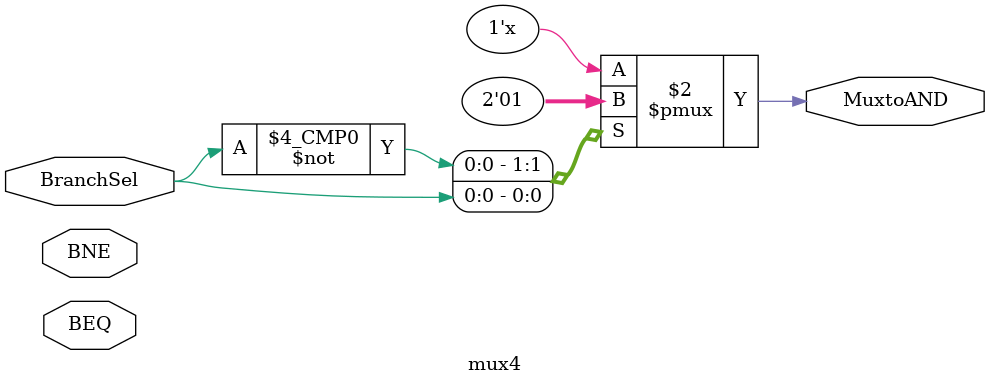
<source format=v>
`timescale 1ns / 1ps
module mux4(BranchSel, BNE, BEQ, MuxtoAND);
input BranchSel, BNE, BEQ;
output reg MuxtoAND;

always @ (BranchSel, BNE, BEQ)
begin
case (BranchSel)
	0: MuxtoAND = 0;
	1: MuxtoAND = 1;
endcase
end

endmodule

</source>
